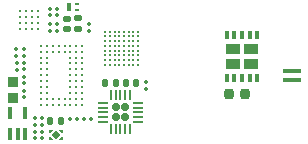
<source format=gbr>
%TF.GenerationSoftware,KiCad,Pcbnew,(7.0.0)*%
%TF.CreationDate,2023-08-10T15:11:27-07:00*%
%TF.ProjectId,Miniscope-v4-Wire-Free,4d696e69-7363-46f7-9065-2d76342d5769,rev?*%
%TF.SameCoordinates,Original*%
%TF.FileFunction,Paste,Bot*%
%TF.FilePolarity,Positive*%
%FSLAX46Y46*%
G04 Gerber Fmt 4.6, Leading zero omitted, Abs format (unit mm)*
G04 Created by KiCad (PCBNEW (7.0.0)) date 2023-08-10 15:11:27*
%MOMM*%
%LPD*%
G01*
G04 APERTURE LIST*
G04 Aperture macros list*
%AMRoundRect*
0 Rectangle with rounded corners*
0 $1 Rounding radius*
0 $2 $3 $4 $5 $6 $7 $8 $9 X,Y pos of 4 corners*
0 Add a 4 corners polygon primitive as box body*
4,1,4,$2,$3,$4,$5,$6,$7,$8,$9,$2,$3,0*
0 Add four circle primitives for the rounded corners*
1,1,$1+$1,$2,$3*
1,1,$1+$1,$4,$5*
1,1,$1+$1,$6,$7*
1,1,$1+$1,$8,$9*
0 Add four rect primitives between the rounded corners*
20,1,$1+$1,$2,$3,$4,$5,0*
20,1,$1+$1,$4,$5,$6,$7,0*
20,1,$1+$1,$6,$7,$8,$9,0*
20,1,$1+$1,$8,$9,$2,$3,0*%
%AMRotRect*
0 Rectangle, with rotation*
0 The origin of the aperture is its center*
0 $1 length*
0 $2 width*
0 $3 Rotation angle, in degrees counterclockwise*
0 Add horizontal line*
21,1,$1,$2,0,0,$3*%
%AMFreePoly0*
4,1,6,0.110000,-0.125000,-0.110000,-0.125000,-0.140000,-0.125000,-0.140000,0.095000,0.110000,0.345000,0.110000,-0.125000,0.110000,-0.125000,$1*%
%AMFreePoly1*
4,1,6,0.140000,0.095000,0.140000,-0.125000,-0.110000,-0.125000,-0.110000,0.275000,-0.040000,0.275000,0.140000,0.095000,0.140000,0.095000,$1*%
%AMFreePoly2*
4,1,7,0.110000,-0.125000,-0.110000,-0.125000,-0.140000,-0.125000,-0.140000,0.095000,0.040000,0.275000,0.110000,0.275000,0.110000,-0.125000,0.110000,-0.125000,$1*%
G04 Aperture macros list end*
%ADD10R,1.500000X0.450000*%
%ADD11RoundRect,0.145000X0.145000X0.170000X-0.145000X0.170000X-0.145000X-0.170000X0.145000X-0.170000X0*%
%ADD12RoundRect,0.145000X-0.145000X-0.170000X0.145000X-0.170000X0.145000X0.170000X-0.145000X0.170000X0*%
%ADD13RoundRect,0.077500X0.092500X-0.077500X0.092500X0.077500X-0.092500X0.077500X-0.092500X-0.077500X0*%
%ADD14RoundRect,0.202500X-0.202500X-0.232500X0.202500X-0.232500X0.202500X0.232500X-0.202500X0.232500X0*%
%ADD15RoundRect,0.077500X-0.077500X-0.092500X0.077500X-0.092500X0.077500X0.092500X-0.077500X0.092500X0*%
%ADD16RoundRect,0.145000X0.170000X-0.145000X0.170000X0.145000X-0.170000X0.145000X-0.170000X-0.145000X0*%
%ADD17RoundRect,0.222500X0.237500X-0.222500X0.237500X0.222500X-0.237500X0.222500X-0.237500X-0.222500X0*%
%ADD18C,0.250000*%
%ADD19RoundRect,0.077500X-0.092500X0.077500X-0.092500X-0.077500X0.092500X-0.077500X0.092500X0.077500X0*%
%ADD20R,0.340000X0.990000*%
%ADD21FreePoly0,90.000000*%
%ADD22FreePoly1,90.000000*%
%ADD23FreePoly2,270.000000*%
%ADD24FreePoly1,270.000000*%
%ADD25RotRect,0.480000X0.480000X225.000000*%
%ADD26C,0.228600*%
%ADD27RoundRect,0.167500X-0.167500X0.167500X-0.167500X-0.167500X0.167500X-0.167500X0.167500X0.167500X0*%
%ADD28RoundRect,0.050000X-0.050000X0.375000X-0.050000X-0.375000X0.050000X-0.375000X0.050000X0.375000X0*%
%ADD29RoundRect,0.050000X-0.375000X0.050000X-0.375000X-0.050000X0.375000X-0.050000X0.375000X0.050000X0*%
%ADD30R,1.200000X0.900000*%
%ADD31RoundRect,0.080000X-0.080000X0.270000X-0.080000X-0.270000X0.080000X-0.270000X0.080000X0.270000X0*%
%ADD32RoundRect,0.077500X0.077500X0.092500X-0.077500X0.092500X-0.077500X-0.092500X0.077500X-0.092500X0*%
%ADD33R,0.400000X0.250000*%
%ADD34R,0.400000X0.700000*%
G04 APERTURE END LIST*
D10*
%TO.C,D1*%
X103799999Y-64849999D03*
X103799999Y-64149999D03*
%TD*%
D11*
%TO.C,C6*%
X88883400Y-65134000D03*
X87993400Y-65134000D03*
%TD*%
D12*
%TO.C,C7*%
X89746000Y-65159400D03*
X90636000Y-65159400D03*
%TD*%
D13*
%TO.C,C9*%
X83311500Y-59412500D03*
X83311500Y-58862500D03*
%TD*%
%TO.C,C10*%
X83946500Y-59412500D03*
X83946500Y-58862500D03*
%TD*%
%TO.C,C11*%
X80454100Y-62841500D03*
X80454100Y-62291500D03*
%TD*%
D14*
%TO.C,C16*%
X98479000Y-66100200D03*
X99839000Y-66100200D03*
%TD*%
D13*
%TO.C,C27*%
X82016200Y-69800400D03*
X82016200Y-69250400D03*
%TD*%
%TO.C,C36*%
X80479500Y-64022600D03*
X80479500Y-63472600D03*
%TD*%
%TO.C,C38*%
X83311500Y-60720600D03*
X83311500Y-60170600D03*
%TD*%
%TO.C,C41*%
X83946500Y-60720600D03*
X83946500Y-60170600D03*
%TD*%
D15*
%TO.C,C48*%
X85015600Y-68208400D03*
X85565600Y-68208400D03*
%TD*%
D16*
%TO.C,C50*%
X84759300Y-59695800D03*
X84759300Y-60585800D03*
%TD*%
%TO.C,C52*%
X85699100Y-60560400D03*
X85699100Y-59670400D03*
%TD*%
D17*
%TO.C,L4*%
X80162000Y-66401200D03*
X80162000Y-65071200D03*
%TD*%
D18*
%TO.C,U8*%
X86046000Y-66989600D03*
X86046000Y-66489600D03*
X86046000Y-65989600D03*
X86046000Y-65489600D03*
X86046000Y-64989600D03*
X86046000Y-64489600D03*
X86046000Y-63989600D03*
X86046000Y-63489600D03*
X86046000Y-62989600D03*
X86046000Y-62489600D03*
X86046000Y-61989600D03*
X85546000Y-66989600D03*
X85546000Y-66489600D03*
X85546000Y-65989600D03*
X85546000Y-65489600D03*
X85546000Y-64989600D03*
X85546000Y-64489600D03*
X85546000Y-63989600D03*
X85546000Y-63489600D03*
X85546000Y-62989600D03*
X85546000Y-62489600D03*
X85546000Y-61989600D03*
X85046000Y-66989600D03*
X85046000Y-66489600D03*
X85046000Y-65989600D03*
X85046000Y-65489600D03*
X85046000Y-64989600D03*
X85046000Y-64489600D03*
X85046000Y-63989600D03*
X85046000Y-63489600D03*
X85046000Y-62989600D03*
X85046000Y-62489600D03*
X85046000Y-61989600D03*
X84546000Y-66989600D03*
X84546000Y-66489600D03*
X84546000Y-62489600D03*
X84546000Y-61989600D03*
X84046000Y-66989600D03*
X84046000Y-66489600D03*
X84046000Y-62489600D03*
X84046000Y-61989600D03*
X83546000Y-66989600D03*
X83546000Y-66489600D03*
X83546000Y-62489600D03*
X83546000Y-61989600D03*
X83046000Y-66989600D03*
X83046000Y-66489600D03*
X83046000Y-65989600D03*
X83046000Y-65489600D03*
X83046000Y-64989600D03*
X83046000Y-64489600D03*
X83046000Y-63989600D03*
X83046000Y-63489600D03*
X83046000Y-62989600D03*
X83046000Y-62489600D03*
X83046000Y-61989600D03*
X82546000Y-66989600D03*
X82546000Y-66489600D03*
X82546000Y-65989600D03*
X82546000Y-65489600D03*
X82546000Y-64989600D03*
X82546000Y-64489600D03*
X82546000Y-63989600D03*
X82546000Y-63489600D03*
X82546000Y-62989600D03*
X82546000Y-62489600D03*
X82546000Y-61989600D03*
%TD*%
D19*
%TO.C,C30*%
X82041600Y-68107400D03*
X82041600Y-68657400D03*
%TD*%
D18*
%TO.C,U4*%
X80809000Y-60573300D03*
X81309000Y-60573300D03*
X81809000Y-60573300D03*
X82309000Y-60573300D03*
X80809000Y-60073300D03*
X81309000Y-60073300D03*
X81809000Y-60073300D03*
X82309000Y-60073300D03*
X80809000Y-59573300D03*
X81309000Y-59573300D03*
X81809000Y-59573300D03*
X82309000Y-59573300D03*
X80809000Y-59073300D03*
X81309000Y-59073300D03*
X81809000Y-59073300D03*
X82309000Y-59073300D03*
%TD*%
D20*
%TO.C,U9*%
X81218399Y-69495599D03*
X80568399Y-69495599D03*
X79918399Y-69495599D03*
X79918399Y-67675599D03*
X81218399Y-67675599D03*
%TD*%
D13*
%TO.C,C37*%
X82625800Y-69825800D03*
X82625800Y-69275800D03*
%TD*%
D11*
%TO.C,C51*%
X84213800Y-68382400D03*
X83323800Y-68382400D03*
%TD*%
D21*
%TO.C,U7*%
X84344600Y-69210800D03*
D22*
X84344600Y-69890800D03*
D23*
X83294600Y-69890800D03*
D24*
X83294600Y-69210800D03*
D25*
X83819599Y-69550799D03*
%TD*%
D26*
%TO.C,U6*%
X90782200Y-63598200D03*
X90782200Y-63198200D03*
X90782200Y-62798200D03*
X90782200Y-62398200D03*
X90782200Y-61998200D03*
X90782200Y-61598200D03*
X90782200Y-61198200D03*
X90782200Y-60798200D03*
X90382200Y-63598200D03*
X90382200Y-63198200D03*
X90382200Y-62798200D03*
X90382200Y-62398200D03*
X90382200Y-61998200D03*
X90382200Y-61598200D03*
X90382200Y-61198200D03*
X90382200Y-60798200D03*
X89982200Y-63598200D03*
X89982200Y-63198200D03*
X89982200Y-62798200D03*
X89982200Y-62398200D03*
X89982200Y-61998200D03*
X89982200Y-61598200D03*
X89982200Y-61198200D03*
X89982200Y-60798200D03*
X89582200Y-63598200D03*
X89582200Y-63198200D03*
X89582200Y-62798200D03*
X89582200Y-62398200D03*
X89582200Y-61998200D03*
X89582200Y-61598200D03*
X89582200Y-61198200D03*
X89582200Y-60798200D03*
X89182200Y-63598200D03*
X89182200Y-63198200D03*
X89182200Y-62798200D03*
X89182200Y-62398200D03*
X89182200Y-61998200D03*
X89182200Y-61598200D03*
X89182200Y-61198200D03*
X89182200Y-60798200D03*
X88782200Y-63598200D03*
X88782200Y-63198200D03*
X88782200Y-62798200D03*
X88782200Y-62398200D03*
X88782200Y-61998200D03*
X88782200Y-61598200D03*
X88782200Y-61198200D03*
X88782200Y-60798200D03*
X88382200Y-63598200D03*
X88382200Y-63198200D03*
X88382200Y-62798200D03*
X88382200Y-62398200D03*
X88382200Y-61998200D03*
X88382200Y-61598200D03*
X88382200Y-61198200D03*
X88382200Y-60798200D03*
X87982200Y-63598200D03*
X87982200Y-63198200D03*
X87982200Y-62798200D03*
X87982200Y-62398200D03*
X87982200Y-61998200D03*
X87982200Y-61598200D03*
X87982200Y-61198200D03*
X87982200Y-60798200D03*
%TD*%
D27*
%TO.C,U1*%
X89690600Y-67211100D03*
X88870600Y-67211100D03*
X89690600Y-68031100D03*
X88870600Y-68031100D03*
D28*
X88480600Y-66171100D03*
X88880600Y-66171100D03*
X89280600Y-66171100D03*
X89680600Y-66171100D03*
X90080600Y-66171100D03*
D29*
X90730600Y-66821100D03*
X90730600Y-67221100D03*
X90730600Y-67621100D03*
X90730600Y-68021100D03*
X90730600Y-68421100D03*
D28*
X90080600Y-69071100D03*
X89680600Y-69071100D03*
X89280600Y-69071100D03*
X88880600Y-69071100D03*
X88480600Y-69071100D03*
D29*
X87830600Y-68421100D03*
X87830600Y-68021100D03*
X87830600Y-67621100D03*
X87830600Y-67221100D03*
X87830600Y-66821100D03*
%TD*%
D30*
%TO.C,U2*%
X98780399Y-62239399D03*
X98780399Y-63509399D03*
X100350399Y-62239399D03*
X100350399Y-63509399D03*
D31*
X98265400Y-61039400D03*
X98915400Y-61039400D03*
X99565400Y-61039400D03*
X100215400Y-61039400D03*
X100865400Y-61039400D03*
X100865400Y-64709400D03*
X100215400Y-64709400D03*
X99565400Y-64709400D03*
X98915400Y-64709400D03*
X98265400Y-64709400D03*
%TD*%
D13*
%TO.C,C44*%
X81114400Y-62828800D03*
X81114400Y-62278800D03*
%TD*%
%TO.C,C40*%
X81114400Y-66334000D03*
X81114400Y-65784000D03*
%TD*%
D19*
%TO.C,C53*%
X81114400Y-64615600D03*
X81114400Y-65165600D03*
%TD*%
%TO.C,C49*%
X81114500Y-63447200D03*
X81114500Y-63997200D03*
%TD*%
D13*
%TO.C,R16*%
X91424700Y-65643500D03*
X91424700Y-65093500D03*
%TD*%
D32*
%TO.C,R17*%
X86201100Y-68213300D03*
X86751100Y-68213300D03*
%TD*%
D19*
%TO.C,R19*%
X86636800Y-60153200D03*
X86636800Y-60703200D03*
%TD*%
D33*
%TO.C,Q2*%
X85640599Y-58475999D03*
X85640599Y-58925999D03*
D34*
X84940599Y-58700999D03*
%TD*%
D19*
%TO.C,R21*%
X82630000Y-68115000D03*
X82630000Y-68665000D03*
%TD*%
M02*

</source>
